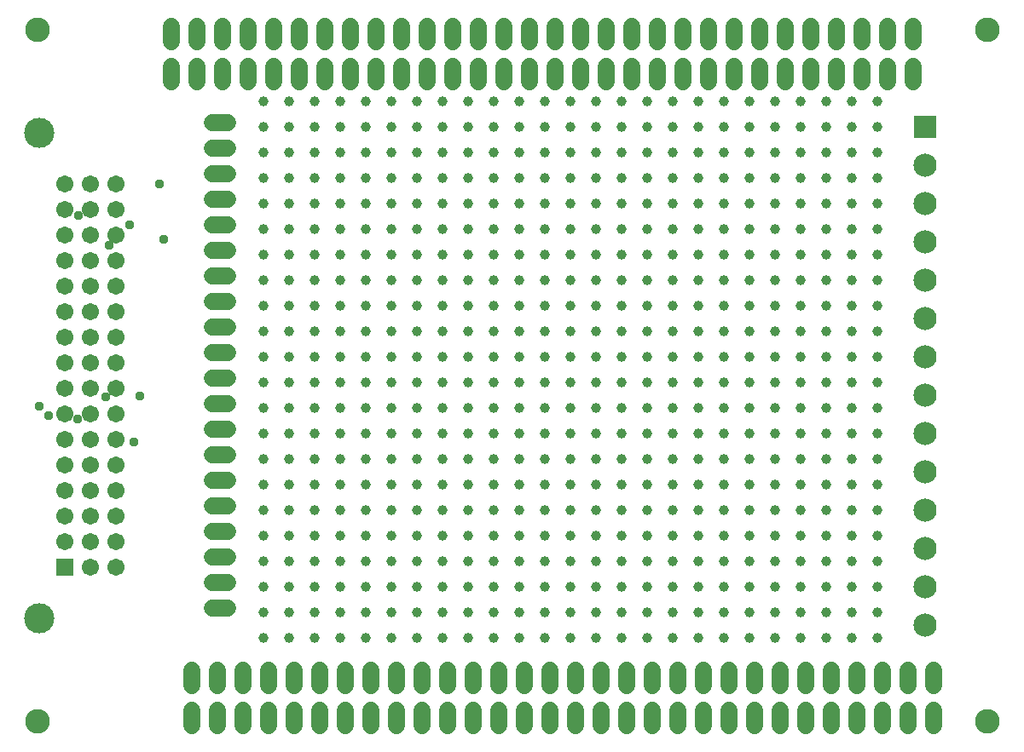
<source format=gbr>
G04 EAGLE Gerber RS-274X export*
G75*
%MOMM*%
%FSLAX34Y34*%
%LPD*%
%INSoldermask Bottom*%
%IPPOS*%
%AMOC8*
5,1,8,0,0,1.08239X$1,22.5*%
G01*
%ADD10C,2.453200*%
%ADD11C,1.003200*%
%ADD12C,3.003200*%
%ADD13R,1.711200X1.711200*%
%ADD14C,1.711200*%
%ADD15C,1.727200*%
%ADD16R,2.303200X2.303200*%
%ADD17C,2.303200*%
%ADD18C,0.959600*%


D10*
X28400Y56400D03*
X28400Y743600D03*
X971600Y743600D03*
X971600Y56400D03*
D11*
X252700Y139800D03*
X252700Y139800D03*
X278100Y139800D03*
X303500Y139800D03*
X328900Y139800D03*
X354300Y139800D03*
X379700Y139800D03*
X405100Y139800D03*
X430500Y139800D03*
X455900Y139800D03*
X481300Y139800D03*
X506700Y139800D03*
X532100Y139800D03*
X557500Y139800D03*
X582900Y139800D03*
X608300Y139800D03*
X633700Y139800D03*
X659100Y139800D03*
X684500Y139800D03*
X709900Y139800D03*
X735300Y139800D03*
X760700Y139800D03*
X786100Y139800D03*
X786100Y139800D03*
X811500Y139800D03*
X836900Y139800D03*
X862300Y139800D03*
X252700Y165200D03*
X252700Y165200D03*
X278100Y165200D03*
X303500Y165200D03*
X328900Y165200D03*
X354300Y165200D03*
X379700Y165200D03*
X405100Y165200D03*
X430500Y165200D03*
X455900Y165200D03*
X481300Y165200D03*
X506700Y165200D03*
X532100Y165200D03*
X557500Y165200D03*
X582900Y165200D03*
X608300Y165200D03*
X633700Y165200D03*
X659100Y165200D03*
X684500Y165200D03*
X709900Y165200D03*
X735300Y165200D03*
X760700Y165200D03*
X786100Y165200D03*
X786100Y165200D03*
X811500Y165200D03*
X836900Y165200D03*
X862300Y165200D03*
X252700Y190600D03*
X252700Y190600D03*
X278100Y190600D03*
X303500Y190600D03*
X328900Y190600D03*
X354300Y190600D03*
X379700Y190600D03*
X405100Y190600D03*
X430500Y190600D03*
X455900Y190600D03*
X481300Y190600D03*
X506700Y190600D03*
X532100Y190600D03*
X557500Y190600D03*
X582900Y190600D03*
X608300Y190600D03*
X633700Y190600D03*
X659100Y190600D03*
X684500Y190600D03*
X709900Y190600D03*
X735300Y190600D03*
X760700Y190600D03*
X786100Y190600D03*
X786100Y190600D03*
X811500Y190600D03*
X836900Y190600D03*
X862300Y190600D03*
X252700Y216000D03*
X252700Y216000D03*
X278100Y216000D03*
X303500Y216000D03*
X328900Y216000D03*
X354300Y216000D03*
X379700Y216000D03*
X405100Y216000D03*
X430500Y216000D03*
X455900Y216000D03*
X481300Y216000D03*
X506700Y216000D03*
X532100Y216000D03*
X557500Y216000D03*
X582900Y216000D03*
X608300Y216000D03*
X633700Y216000D03*
X659100Y216000D03*
X684500Y216000D03*
X709900Y216000D03*
X735300Y216000D03*
X760700Y216000D03*
X786100Y216000D03*
X786100Y216000D03*
X811500Y216000D03*
X836900Y216000D03*
X862300Y216000D03*
X252700Y241400D03*
X252700Y241400D03*
X278100Y241400D03*
X303500Y241400D03*
X328900Y241400D03*
X354300Y241400D03*
X379700Y241400D03*
X405100Y241400D03*
X430500Y241400D03*
X455900Y241400D03*
X481300Y241400D03*
X506700Y241400D03*
X532100Y241400D03*
X557500Y241400D03*
X582900Y241400D03*
X608300Y241400D03*
X633700Y241400D03*
X659100Y241400D03*
X684500Y241400D03*
X709900Y241400D03*
X735300Y241400D03*
X760700Y241400D03*
X786100Y241400D03*
X786100Y241400D03*
X811500Y241400D03*
X836900Y241400D03*
X862300Y241400D03*
X252700Y266800D03*
X252700Y266800D03*
X278100Y266800D03*
X303500Y266800D03*
X328900Y266800D03*
X354300Y266800D03*
X379700Y266800D03*
X405100Y266800D03*
X430500Y266800D03*
X455900Y266800D03*
X481300Y266800D03*
X506700Y266800D03*
X532100Y266800D03*
X557500Y266800D03*
X582900Y266800D03*
X608300Y266800D03*
X633700Y266800D03*
X659100Y266800D03*
X684500Y266800D03*
X709900Y266800D03*
X735300Y266800D03*
X760700Y266800D03*
X786100Y266800D03*
X786100Y266800D03*
X811500Y266800D03*
X836900Y266800D03*
X862300Y266800D03*
X252700Y292200D03*
X252700Y292200D03*
X278100Y292200D03*
X303500Y292200D03*
X328900Y292200D03*
X354300Y292200D03*
X379700Y292200D03*
X405100Y292200D03*
X430500Y292200D03*
X455900Y292200D03*
X481300Y292200D03*
X506700Y292200D03*
X532100Y292200D03*
X557500Y292200D03*
X582900Y292200D03*
X608300Y292200D03*
X633700Y292200D03*
X659100Y292200D03*
X684500Y292200D03*
X709900Y292200D03*
X735300Y292200D03*
X760700Y292200D03*
X786100Y292200D03*
X786100Y292200D03*
X811500Y292200D03*
X836900Y292200D03*
X862300Y292200D03*
X252700Y317600D03*
X252700Y317600D03*
X278100Y317600D03*
X303500Y317600D03*
X328900Y317600D03*
X354300Y317600D03*
X379700Y317600D03*
X405100Y317600D03*
X430500Y317600D03*
X455900Y317600D03*
X481300Y317600D03*
X506700Y317600D03*
X532100Y317600D03*
X557500Y317600D03*
X582900Y317600D03*
X608300Y317600D03*
X633700Y317600D03*
X659100Y317600D03*
X684500Y317600D03*
X709900Y317600D03*
X735300Y317600D03*
X760700Y317600D03*
X786100Y317600D03*
X786100Y317600D03*
X811500Y317600D03*
X836900Y317600D03*
X862300Y317600D03*
X252700Y343000D03*
X252700Y343000D03*
X278100Y343000D03*
X303500Y343000D03*
X328900Y343000D03*
X354300Y343000D03*
X379700Y343000D03*
X405100Y343000D03*
X430500Y343000D03*
X455900Y343000D03*
X481300Y343000D03*
X506700Y343000D03*
X532100Y343000D03*
X557500Y343000D03*
X582900Y343000D03*
X608300Y343000D03*
X633700Y343000D03*
X659100Y343000D03*
X684500Y343000D03*
X709900Y343000D03*
X735300Y343000D03*
X760700Y343000D03*
X786100Y343000D03*
X786100Y343000D03*
X811500Y343000D03*
X836900Y343000D03*
X862300Y343000D03*
X252700Y368400D03*
X252700Y368400D03*
X278100Y368400D03*
X303500Y368400D03*
X328900Y368400D03*
X354300Y368400D03*
X379700Y368400D03*
X405100Y368400D03*
X430500Y368400D03*
X455900Y368400D03*
X481300Y368400D03*
X506700Y368400D03*
X532100Y368400D03*
X557500Y368400D03*
X582900Y368400D03*
X608300Y368400D03*
X633700Y368400D03*
X659100Y368400D03*
X684500Y368400D03*
X709900Y368400D03*
X735300Y368400D03*
X760700Y368400D03*
X786100Y368400D03*
X786100Y368400D03*
X811500Y368400D03*
X836900Y368400D03*
X862300Y368400D03*
X252700Y393800D03*
X252700Y393800D03*
X278100Y393800D03*
X303500Y393800D03*
X328900Y393800D03*
X354300Y393800D03*
X379700Y393800D03*
X405100Y393800D03*
X430500Y393800D03*
X455900Y393800D03*
X481300Y393800D03*
X506700Y393800D03*
X532100Y393800D03*
X557500Y393800D03*
X582900Y393800D03*
X608300Y393800D03*
X633700Y393800D03*
X659100Y393800D03*
X684500Y393800D03*
X709900Y393800D03*
X735300Y393800D03*
X760700Y393800D03*
X786100Y393800D03*
X786100Y393800D03*
X811500Y393800D03*
X836900Y393800D03*
X862300Y393800D03*
X252700Y419200D03*
X252700Y419200D03*
X278100Y419200D03*
X303500Y419200D03*
X328900Y419200D03*
X354300Y419200D03*
X379700Y419200D03*
X405100Y419200D03*
X430500Y419200D03*
X455900Y419200D03*
X481300Y419200D03*
X506700Y419200D03*
X532100Y419200D03*
X557500Y419200D03*
X582900Y419200D03*
X608300Y419200D03*
X633700Y419200D03*
X659100Y419200D03*
X684500Y419200D03*
X709900Y419200D03*
X735300Y419200D03*
X760700Y419200D03*
X786100Y419200D03*
X786100Y419200D03*
X811500Y419200D03*
X836900Y419200D03*
X862300Y419200D03*
X252700Y444600D03*
X252700Y444600D03*
X278100Y444600D03*
X303500Y444600D03*
X328900Y444600D03*
X354300Y444600D03*
X379700Y444600D03*
X405100Y444600D03*
X430500Y444600D03*
X455900Y444600D03*
X481300Y444600D03*
X506700Y444600D03*
X532100Y444600D03*
X557500Y444600D03*
X582900Y444600D03*
X608300Y444600D03*
X633700Y444600D03*
X659100Y444600D03*
X684500Y444600D03*
X709900Y444600D03*
X735300Y444600D03*
X760700Y444600D03*
X786100Y444600D03*
X786100Y444600D03*
X811500Y444600D03*
X836900Y444600D03*
X862300Y444600D03*
X252700Y470000D03*
X252700Y470000D03*
X278100Y470000D03*
X303500Y470000D03*
X328900Y470000D03*
X354300Y470000D03*
X379700Y470000D03*
X405100Y470000D03*
X430500Y470000D03*
X455900Y470000D03*
X481300Y470000D03*
X506700Y470000D03*
X532100Y470000D03*
X557500Y470000D03*
X582900Y470000D03*
X608300Y470000D03*
X633700Y470000D03*
X659100Y470000D03*
X684500Y470000D03*
X709900Y470000D03*
X735300Y470000D03*
X760700Y470000D03*
X786100Y470000D03*
X786100Y470000D03*
X811500Y470000D03*
X836900Y470000D03*
X862300Y470000D03*
X252700Y495400D03*
X252700Y495400D03*
X278100Y495400D03*
X303500Y495400D03*
X328900Y495400D03*
X354300Y495400D03*
X379700Y495400D03*
X405100Y495400D03*
X430500Y495400D03*
X455900Y495400D03*
X481300Y495400D03*
X506700Y495400D03*
X532100Y495400D03*
X557500Y495400D03*
X582900Y495400D03*
X608300Y495400D03*
X633700Y495400D03*
X659100Y495400D03*
X684500Y495400D03*
X709900Y495400D03*
X735300Y495400D03*
X760700Y495400D03*
X786100Y495400D03*
X786100Y495400D03*
X811500Y495400D03*
X836900Y495400D03*
X862300Y495400D03*
X252700Y520800D03*
X252700Y520800D03*
X278100Y520800D03*
X303500Y520800D03*
X328900Y520800D03*
X354300Y520800D03*
X379700Y520800D03*
X405100Y520800D03*
X430500Y520800D03*
X455900Y520800D03*
X481300Y520800D03*
X506700Y520800D03*
X532100Y520800D03*
X557500Y520800D03*
X582900Y520800D03*
X608300Y520800D03*
X633700Y520800D03*
X659100Y520800D03*
X684500Y520800D03*
X709900Y520800D03*
X735300Y520800D03*
X760700Y520800D03*
X786100Y520800D03*
X786100Y520800D03*
X811500Y520800D03*
X836900Y520800D03*
X862300Y520800D03*
X252700Y546200D03*
X252700Y546200D03*
X278100Y546200D03*
X303500Y546200D03*
X328900Y546200D03*
X354300Y546200D03*
X379700Y546200D03*
X405100Y546200D03*
X430500Y546200D03*
X455900Y546200D03*
X481300Y546200D03*
X506700Y546200D03*
X532100Y546200D03*
X557500Y546200D03*
X582900Y546200D03*
X608300Y546200D03*
X633700Y546200D03*
X659100Y546200D03*
X684500Y546200D03*
X709900Y546200D03*
X735300Y546200D03*
X760700Y546200D03*
X786100Y546200D03*
X786100Y546200D03*
X811500Y546200D03*
X836900Y546200D03*
X862300Y546200D03*
X252700Y571600D03*
X252700Y571600D03*
X278100Y571600D03*
X303500Y571600D03*
X328900Y571600D03*
X354300Y571600D03*
X379700Y571600D03*
X405100Y571600D03*
X430500Y571600D03*
X455900Y571600D03*
X481300Y571600D03*
X506700Y571600D03*
X532100Y571600D03*
X557500Y571600D03*
X582900Y571600D03*
X608300Y571600D03*
X633700Y571600D03*
X659100Y571600D03*
X684500Y571600D03*
X709900Y571600D03*
X735300Y571600D03*
X760700Y571600D03*
X786100Y571600D03*
X786100Y571600D03*
X811500Y571600D03*
X836900Y571600D03*
X862300Y571600D03*
X252700Y597000D03*
X252700Y597000D03*
X278100Y597000D03*
X303500Y597000D03*
X328900Y597000D03*
X354300Y597000D03*
X379700Y597000D03*
X405100Y597000D03*
X430500Y597000D03*
X455900Y597000D03*
X481300Y597000D03*
X506700Y597000D03*
X532100Y597000D03*
X557500Y597000D03*
X582900Y597000D03*
X608300Y597000D03*
X633700Y597000D03*
X659100Y597000D03*
X684500Y597000D03*
X709900Y597000D03*
X735300Y597000D03*
X760700Y597000D03*
X786100Y597000D03*
X786100Y597000D03*
X811500Y597000D03*
X836900Y597000D03*
X862300Y597000D03*
X252700Y622400D03*
X252700Y622400D03*
X278100Y622400D03*
X303500Y622400D03*
X328900Y622400D03*
X354300Y622400D03*
X379700Y622400D03*
X405100Y622400D03*
X430500Y622400D03*
X455900Y622400D03*
X481300Y622400D03*
X506700Y622400D03*
X532100Y622400D03*
X557500Y622400D03*
X582900Y622400D03*
X608300Y622400D03*
X633700Y622400D03*
X659100Y622400D03*
X684500Y622400D03*
X709900Y622400D03*
X735300Y622400D03*
X760700Y622400D03*
X786100Y622400D03*
X786100Y622400D03*
X811500Y622400D03*
X836900Y622400D03*
X862300Y622400D03*
X252700Y647800D03*
X252700Y647800D03*
X278100Y647800D03*
X303500Y647800D03*
X328900Y647800D03*
X354300Y647800D03*
X379700Y647800D03*
X405100Y647800D03*
X430500Y647800D03*
X455900Y647800D03*
X481300Y647800D03*
X506700Y647800D03*
X532100Y647800D03*
X557500Y647800D03*
X582900Y647800D03*
X608300Y647800D03*
X633700Y647800D03*
X659100Y647800D03*
X684500Y647800D03*
X709900Y647800D03*
X735300Y647800D03*
X760700Y647800D03*
X786100Y647800D03*
X786100Y647800D03*
X811500Y647800D03*
X836900Y647800D03*
X862300Y647800D03*
X252700Y673200D03*
X252700Y673200D03*
X278100Y673200D03*
X303500Y673200D03*
X328900Y673200D03*
X354300Y673200D03*
X379700Y673200D03*
X405100Y673200D03*
X430500Y673200D03*
X455900Y673200D03*
X481300Y673200D03*
X506700Y673200D03*
X532100Y673200D03*
X557500Y673200D03*
X582900Y673200D03*
X608300Y673200D03*
X633700Y673200D03*
X659100Y673200D03*
X684500Y673200D03*
X709900Y673200D03*
X735300Y673200D03*
X760700Y673200D03*
X786100Y673200D03*
X786100Y673200D03*
X811500Y673200D03*
X836900Y673200D03*
X862300Y673200D03*
D12*
X30600Y641800D03*
X30600Y159200D03*
D13*
X56000Y210000D03*
D14*
X56000Y235400D03*
X56000Y260800D03*
X56000Y286200D03*
X56000Y311600D03*
X56000Y337000D03*
X56000Y362400D03*
X56000Y387800D03*
X56000Y413200D03*
X56000Y438600D03*
X56000Y464000D03*
X56000Y489400D03*
X56000Y514800D03*
X56000Y540200D03*
X56000Y565600D03*
X56000Y591000D03*
X81400Y210000D03*
X81400Y235400D03*
X81400Y260800D03*
X81400Y286200D03*
X81400Y311600D03*
X81400Y337000D03*
X81400Y362400D03*
X81400Y387800D03*
X81400Y413200D03*
X81400Y438600D03*
X81400Y464000D03*
X81400Y489400D03*
X81400Y514800D03*
X81400Y540200D03*
X81400Y565600D03*
X81400Y591000D03*
X106800Y210000D03*
X106800Y235400D03*
X106800Y260800D03*
X106800Y286200D03*
X106800Y311600D03*
X106800Y337000D03*
X106800Y362400D03*
X106800Y387800D03*
X106800Y413200D03*
X106800Y438600D03*
X106800Y464000D03*
X106800Y489400D03*
X106800Y514800D03*
X106800Y540200D03*
X106800Y565600D03*
X106800Y591000D03*
D15*
X202380Y168700D02*
X217620Y168700D01*
X217620Y194100D02*
X202380Y194100D01*
X202380Y219500D02*
X217620Y219500D01*
X217620Y244900D02*
X202380Y244900D01*
X202380Y270300D02*
X217620Y270300D01*
X217620Y295700D02*
X202380Y295700D01*
X202380Y321100D02*
X217620Y321100D01*
X217620Y346500D02*
X202380Y346500D01*
X202380Y371900D02*
X217620Y371900D01*
X217620Y397300D02*
X202380Y397300D01*
X202380Y422700D02*
X217620Y422700D01*
X217620Y448100D02*
X202380Y448100D01*
X202380Y473500D02*
X217620Y473500D01*
X217620Y498900D02*
X202380Y498900D01*
X202380Y524300D02*
X217620Y524300D01*
X217620Y549700D02*
X202380Y549700D01*
X202380Y575100D02*
X217620Y575100D01*
X217620Y600500D02*
X202380Y600500D01*
X202380Y625900D02*
X217620Y625900D01*
X217620Y651300D02*
X202380Y651300D01*
X181700Y107620D02*
X181700Y92380D01*
X207100Y92380D02*
X207100Y107620D01*
X232500Y107620D02*
X232500Y92380D01*
X257900Y92380D02*
X257900Y107620D01*
X283300Y107620D02*
X283300Y92380D01*
X308700Y92380D02*
X308700Y107620D01*
X334100Y107620D02*
X334100Y92380D01*
X359500Y92380D02*
X359500Y107620D01*
X384900Y107620D02*
X384900Y92380D01*
X410300Y92380D02*
X410300Y107620D01*
X435700Y107620D02*
X435700Y92380D01*
X461100Y92380D02*
X461100Y107620D01*
X486500Y107620D02*
X486500Y92380D01*
X511900Y92380D02*
X511900Y107620D01*
X537300Y107620D02*
X537300Y92380D01*
X562700Y92380D02*
X562700Y107620D01*
X588100Y107620D02*
X588100Y92380D01*
X613500Y92380D02*
X613500Y107620D01*
X638900Y107620D02*
X638900Y92380D01*
X664300Y92380D02*
X664300Y107620D01*
X689700Y107620D02*
X689700Y92380D01*
X715100Y92380D02*
X715100Y107620D01*
X740500Y107620D02*
X740500Y92380D01*
X765900Y92380D02*
X765900Y107620D01*
X791300Y107620D02*
X791300Y92380D01*
X816700Y92380D02*
X816700Y107620D01*
X842100Y107620D02*
X842100Y92380D01*
X867500Y92380D02*
X867500Y107620D01*
X892900Y107620D02*
X892900Y92380D01*
X918300Y92380D02*
X918300Y107620D01*
X161700Y732380D02*
X161700Y747620D01*
X187100Y747620D02*
X187100Y732380D01*
X212500Y732380D02*
X212500Y747620D01*
X237900Y747620D02*
X237900Y732380D01*
X263300Y732380D02*
X263300Y747620D01*
X288700Y747620D02*
X288700Y732380D01*
X314100Y732380D02*
X314100Y747620D01*
X339500Y747620D02*
X339500Y732380D01*
X364900Y732380D02*
X364900Y747620D01*
X390300Y747620D02*
X390300Y732380D01*
X415700Y732380D02*
X415700Y747620D01*
X441100Y747620D02*
X441100Y732380D01*
X466500Y732380D02*
X466500Y747620D01*
X491900Y747620D02*
X491900Y732380D01*
X517300Y732380D02*
X517300Y747620D01*
X542700Y747620D02*
X542700Y732380D01*
X568100Y732380D02*
X568100Y747620D01*
X593500Y747620D02*
X593500Y732380D01*
X618900Y732380D02*
X618900Y747620D01*
X644300Y747620D02*
X644300Y732380D01*
X669700Y732380D02*
X669700Y747620D01*
X695100Y747620D02*
X695100Y732380D01*
X720500Y732380D02*
X720500Y747620D01*
X745900Y747620D02*
X745900Y732380D01*
X771300Y732380D02*
X771300Y747620D01*
X796700Y747620D02*
X796700Y732380D01*
X822100Y732380D02*
X822100Y747620D01*
X847500Y747620D02*
X847500Y732380D01*
X872900Y732380D02*
X872900Y747620D01*
X898300Y747620D02*
X898300Y732380D01*
X161700Y707620D02*
X161700Y692380D01*
X187100Y692380D02*
X187100Y707620D01*
X212500Y707620D02*
X212500Y692380D01*
X237900Y692380D02*
X237900Y707620D01*
X263300Y707620D02*
X263300Y692380D01*
X288700Y692380D02*
X288700Y707620D01*
X314100Y707620D02*
X314100Y692380D01*
X339500Y692380D02*
X339500Y707620D01*
X364900Y707620D02*
X364900Y692380D01*
X390300Y692380D02*
X390300Y707620D01*
X415700Y707620D02*
X415700Y692380D01*
X441100Y692380D02*
X441100Y707620D01*
X466500Y707620D02*
X466500Y692380D01*
X491900Y692380D02*
X491900Y707620D01*
X517300Y707620D02*
X517300Y692380D01*
X542700Y692380D02*
X542700Y707620D01*
X568100Y707620D02*
X568100Y692380D01*
X593500Y692380D02*
X593500Y707620D01*
X618900Y707620D02*
X618900Y692380D01*
X644300Y692380D02*
X644300Y707620D01*
X669700Y707620D02*
X669700Y692380D01*
X695100Y692380D02*
X695100Y707620D01*
X720500Y707620D02*
X720500Y692380D01*
X745900Y692380D02*
X745900Y707620D01*
X771300Y707620D02*
X771300Y692380D01*
X796700Y692380D02*
X796700Y707620D01*
X822100Y707620D02*
X822100Y692380D01*
X847500Y692380D02*
X847500Y707620D01*
X872900Y707620D02*
X872900Y692380D01*
X898300Y692380D02*
X898300Y707620D01*
X181700Y67620D02*
X181700Y52380D01*
X207100Y52380D02*
X207100Y67620D01*
X232500Y67620D02*
X232500Y52380D01*
X257900Y52380D02*
X257900Y67620D01*
X283300Y67620D02*
X283300Y52380D01*
X308700Y52380D02*
X308700Y67620D01*
X334100Y67620D02*
X334100Y52380D01*
X359500Y52380D02*
X359500Y67620D01*
X384900Y67620D02*
X384900Y52380D01*
X410300Y52380D02*
X410300Y67620D01*
X435700Y67620D02*
X435700Y52380D01*
X461100Y52380D02*
X461100Y67620D01*
X486500Y67620D02*
X486500Y52380D01*
X511900Y52380D02*
X511900Y67620D01*
X537300Y67620D02*
X537300Y52380D01*
X562700Y52380D02*
X562700Y67620D01*
X588100Y67620D02*
X588100Y52380D01*
X613500Y52380D02*
X613500Y67620D01*
X638900Y67620D02*
X638900Y52380D01*
X664300Y52380D02*
X664300Y67620D01*
X689700Y67620D02*
X689700Y52380D01*
X715100Y52380D02*
X715100Y67620D01*
X740500Y67620D02*
X740500Y52380D01*
X765900Y52380D02*
X765900Y67620D01*
X791300Y67620D02*
X791300Y52380D01*
X816700Y52380D02*
X816700Y67620D01*
X842100Y67620D02*
X842100Y52380D01*
X867500Y52380D02*
X867500Y67620D01*
X892900Y67620D02*
X892900Y52380D01*
X918300Y52380D02*
X918300Y67620D01*
D16*
X910000Y647650D03*
D17*
X910000Y609550D03*
X910000Y571450D03*
X910000Y533350D03*
X910000Y495250D03*
X910000Y457150D03*
X910000Y419050D03*
X910000Y380950D03*
X910000Y342850D03*
X910000Y304750D03*
X910000Y266650D03*
X910000Y228550D03*
X910000Y190450D03*
X910000Y152350D03*
D18*
X149350Y590650D03*
X69417Y559417D03*
X120000Y550000D03*
X99417Y529417D03*
X154000Y536000D03*
X30000Y370000D03*
X40000Y360000D03*
X68700Y356933D03*
X124000Y334000D03*
X130000Y380000D03*
X96000Y379000D03*
M02*

</source>
